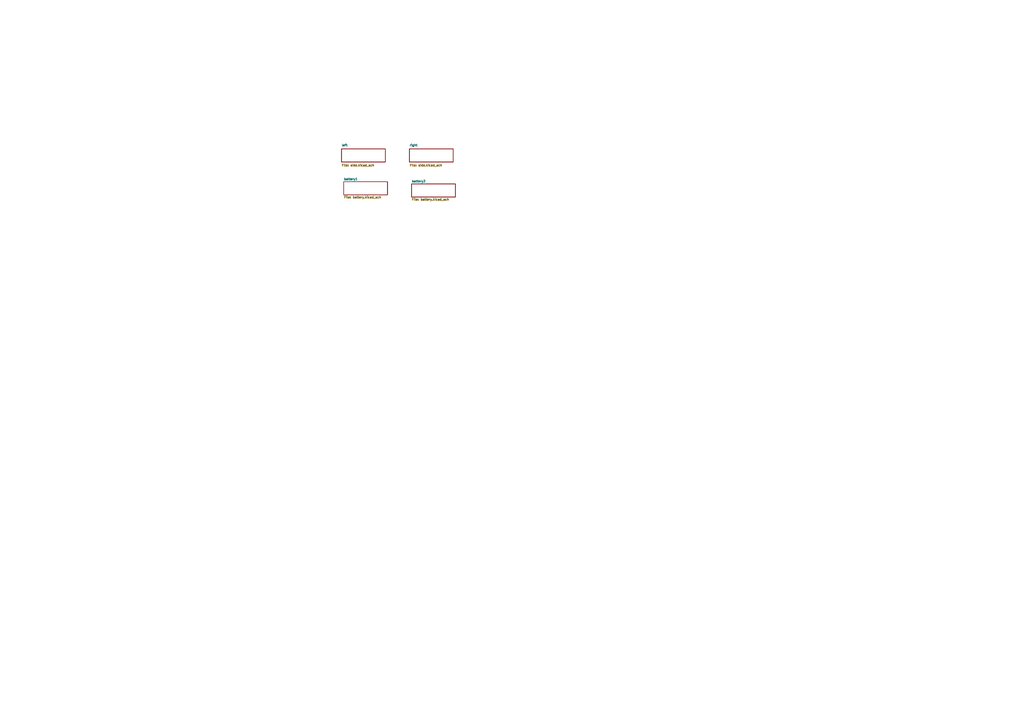
<source format=kicad_sch>
(kicad_sch
	(version 20250114)
	(generator "eeschema")
	(generator_version "9.0")
	(uuid "df41cf0d-9eae-4283-91aa-7fbc10b3716a")
	(paper "A4")
	(lib_symbols)
	(sheet
		(at 119.38 53.34)
		(size 12.7 3.81)
		(exclude_from_sim no)
		(in_bom yes)
		(on_board yes)
		(dnp no)
		(fields_autoplaced yes)
		(stroke
			(width 0.1524)
			(type solid)
		)
		(fill
			(color 0 0 0 0.0000)
		)
		(uuid "1e45b79b-a392-44d1-95c2-67d08e3789e7")
		(property "Sheetname" "battery2"
			(at 119.38 52.9459 0)
			(effects
				(font
					(size 0.635 0.635)
				)
				(justify left bottom)
			)
		)
		(property "Sheetfile" "battery.kicad_sch"
			(at 119.38 57.4806 0)
			(effects
				(font
					(size 0.635 0.635)
				)
				(justify left top)
			)
		)
		(instances
			(project "Wren"
				(path "/df41cf0d-9eae-4283-91aa-7fbc10b3716a"
					(page "5")
				)
			)
		)
	)
	(sheet
		(at 99.695 52.705)
		(size 12.7 3.81)
		(exclude_from_sim no)
		(in_bom yes)
		(on_board yes)
		(dnp no)
		(fields_autoplaced yes)
		(stroke
			(width 0.1524)
			(type solid)
		)
		(fill
			(color 0 0 0 0.0000)
		)
		(uuid "46b847a5-d942-44cc-bc33-358dbccb248f")
		(property "Sheetname" "battery1"
			(at 99.695 52.3109 0)
			(effects
				(font
					(size 0.635 0.635)
				)
				(justify left bottom)
			)
		)
		(property "Sheetfile" "battery.kicad_sch"
			(at 99.695 56.8456 0)
			(effects
				(font
					(size 0.635 0.635)
				)
				(justify left top)
			)
		)
		(instances
			(project "Wren"
				(path "/df41cf0d-9eae-4283-91aa-7fbc10b3716a"
					(page "4")
				)
			)
		)
	)
	(sheet
		(at 118.745 43.18)
		(size 12.7 3.81)
		(exclude_from_sim no)
		(in_bom yes)
		(on_board yes)
		(dnp no)
		(fields_autoplaced yes)
		(stroke
			(width 0.1524)
			(type solid)
		)
		(fill
			(color 0 0 0 0.0000)
		)
		(uuid "b661d188-8259-4706-8fd3-1bb61e41fede")
		(property "Sheetname" "right"
			(at 118.745 42.4684 0)
			(effects
				(font
					(size 0.635 0.635)
				)
				(justify left bottom)
			)
		)
		(property "Sheetfile" "side.kicad_sch"
			(at 118.745 47.5746 0)
			(effects
				(font
					(size 0.635 0.635)
				)
				(justify left top)
			)
		)
		(instances
			(project "Wren"
				(path "/df41cf0d-9eae-4283-91aa-7fbc10b3716a"
					(page "3")
				)
			)
		)
	)
	(sheet
		(at 99.06 43.18)
		(size 12.7 3.81)
		(exclude_from_sim no)
		(in_bom yes)
		(on_board yes)
		(dnp no)
		(fields_autoplaced yes)
		(stroke
			(width 0.1524)
			(type solid)
		)
		(fill
			(color 0 0 0 0.0000)
		)
		(uuid "e8a22a4d-5c14-4cf8-a9a4-b494351bac0d")
		(property "Sheetname" "left"
			(at 99.06 42.4684 0)
			(effects
				(font
					(size 0.635 0.635)
				)
				(justify left bottom)
			)
		)
		(property "Sheetfile" "side.kicad_sch"
			(at 99.06 47.5746 0)
			(effects
				(font
					(size 0.635 0.635)
				)
				(justify left top)
			)
		)
		(instances
			(project "Wren"
				(path "/df41cf0d-9eae-4283-91aa-7fbc10b3716a"
					(page "2")
				)
			)
		)
	)
	(sheet_instances
		(path "/"
			(page "1")
		)
	)
	(embedded_fonts no)
)

</source>
